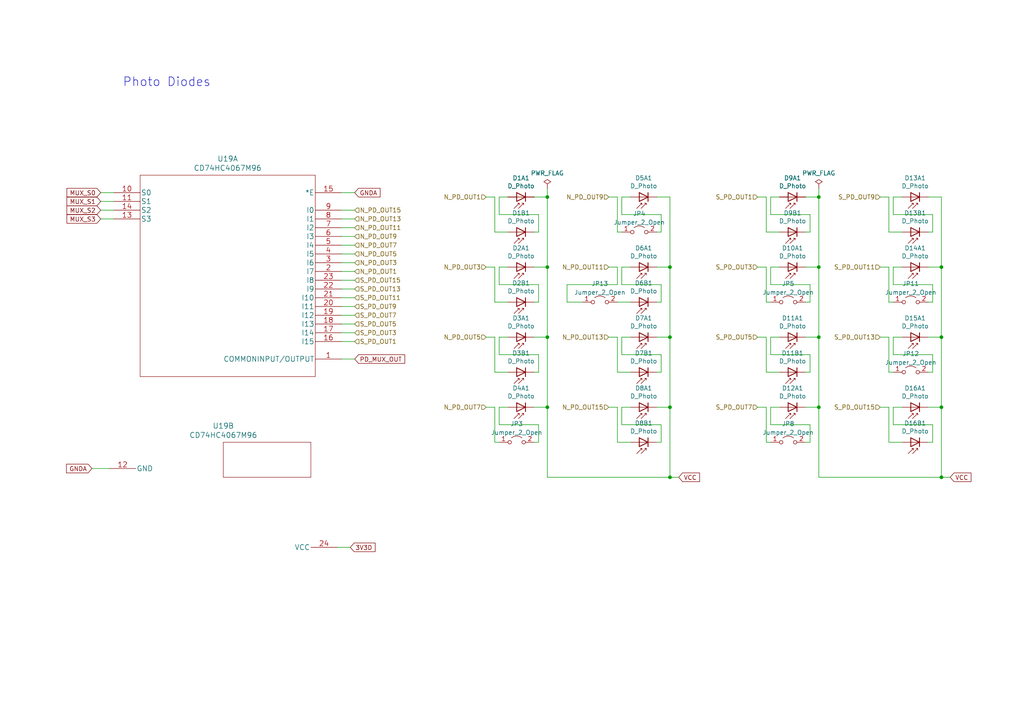
<source format=kicad_sch>
(kicad_sch (version 20211123) (generator eeschema)
  (paper "A4")
  (lib_symbols
    (symbol "Device:D_Photo" (pin_numbers hide) (pin_names hide)
      (property "Reference" "D" (at 0.508 1.778 0))
      (property "Value" "D_Photo" (at -1.016 -2.794 0))
      (symbol "D_Photo_0_1"
        (polyline (pts (xy -2.54 1.27) (xy -2.54 -1.27)) (stroke (width 0.254)))
        (polyline (pts (xy -2.032 1.778) (xy -1.524 1.778)))
        (polyline (pts (xy 0 0) (xy -2.54 0)))
        (polyline (pts (xy -0.508 3.302) (xy -2.032 1.778) (xy -2.032 2.286)))
        (polyline (pts (xy 0 -1.27) (xy 0 1.27) (xy -2.54 0) (xy 0 -1.27)) (stroke (width 0.254)))
        (polyline (pts (xy 0.762 3.302) (xy -0.762 1.778) (xy -0.762 2.286) (xy -0.762 1.778) (xy -0.254 1.778)))
      )
      (symbol "D_Photo_1_1"
        (pin passive line (at -5.08 0 0) (length 2.54) (name "K") (number "1"))
        (pin passive line (at 2.54 0 180) (length 2.54) (name "A") (number "2"))
      )
    )
    (symbol "Jumper:Jumper_2_Open" (pin_names (offset 0) hide)
      (property "Reference" "JP" (at 0 2.794 0))
      (property "Value" "Jumper_2_Open" (at 0 -2.286 0))
      (symbol "Jumper_2_Open_0_0"
        (circle (center -2.032 0) (radius 0.508))
        (circle (center 2.032 0) (radius 0.508))
      )
      (symbol "Jumper_2_Open_0_1"
        (arc (start 1.524 1.27) (mid 0 1.778) (end -1.524 1.27))
      )
      (symbol "Jumper_2_Open_1_1"
        (pin passive line (at -5.08 0 0) (length 2.54) (name "A") (number "1"))
        (pin passive line (at 5.08 0 180) (length 2.54) (name "B") (number "2"))
      )
    )
    (symbol "Ninja-qPCR:CD74HC4067M96" (pin_names (offset 0.254))
      (property "Reference" "U" (at 33.02 10.16 0))
      (property "Value" "Ninja-qPCR_CD74HC4067M96" (at 33.02 7.62 0))
      (symbol "CD74HC4067M96_1_1"
        (polyline (pts (xy 7.62 -53.34) (xy 58.42 -53.34)) (stroke (width 0.127)))
        (polyline (pts (xy 7.62 5.08) (xy 7.62 -53.34)) (stroke (width 0.127)))
        (polyline (pts (xy 58.42 -53.34) (xy 58.42 5.08)) (stroke (width 0.127)))
        (polyline (pts (xy 58.42 5.08) (xy 7.62 5.08)) (stroke (width 0.127)))
        (pin bidirectional line (at 0 -48.26 0) (length 7.62) (name "COMMONINPUT/OUTPUT") (number "1"))
        (pin output line (at 66.04 0 180) (length 7.62) (name "S0") (number "10"))
        (pin output line (at 66.04 -2.54 180) (length 7.62) (name "S1") (number "11"))
        (pin output line (at 66.04 -7.62 180) (length 7.62) (name "S3") (number "13"))
        (pin output line (at 66.04 -5.08 180) (length 7.62) (name "S2") (number "14"))
        (pin input line (at 0 0 0) (length 7.62) (name "*E") (number "15"))
        (pin input line (at 0 -43.18 0) (length 7.62) (name "I15") (number "16"))
        (pin input line (at 0 -40.64 0) (length 7.62) (name "I14") (number "17"))
        (pin input line (at 0 -38.1 0) (length 7.62) (name "I13") (number "18"))
        (pin input line (at 0 -35.56 0) (length 7.62) (name "I12") (number "19"))
        (pin input line (at 0 -22.86 0) (length 7.62) (name "I7") (number "2"))
        (pin input line (at 0 -33.02 0) (length 7.62) (name "I11") (number "20"))
        (pin input line (at 0 -30.48 0) (length 7.62) (name "I10") (number "21"))
        (pin input line (at 0 -27.94 0) (length 7.62) (name "I9") (number "22"))
        (pin input line (at 0 -25.4 0) (length 7.62) (name "I8") (number "23"))
        (pin input line (at 0 -20.32 0) (length 7.62) (name "I6") (number "3"))
        (pin input line (at 0 -17.78 0) (length 7.62) (name "I5") (number "4"))
        (pin input line (at 0 -15.24 0) (length 7.62) (name "I4") (number "5"))
        (pin input line (at 0 -12.7 0) (length 7.62) (name "I3") (number "6"))
        (pin input line (at 0 -10.16 0) (length 7.62) (name "I2") (number "7"))
        (pin input line (at 0 -7.62 0) (length 7.62) (name "I1") (number "8"))
        (pin input line (at 0 -5.08 0) (length 7.62) (name "I0") (number "9"))
      )
      (symbol "CD74HC4067M96_2_1"
        (polyline (pts (xy 7.62 -5.08) (xy 33.02 -5.08)) (stroke (width 0.127)))
        (polyline (pts (xy 7.62 5.08) (xy 7.62 -5.08)) (stroke (width 0.127)))
        (polyline (pts (xy 33.02 -5.08) (xy 33.02 5.08)) (stroke (width 0.127)))
        (polyline (pts (xy 33.02 5.08) (xy 7.62 5.08)) (stroke (width 0.127)))
        (pin power_in line (at 66.04 -2.54 180) (length 7.62) (name "GND") (number "12"))
        (pin power_in line (at 0 -25.4 0) (length 7.62) (name "VCC") (number "24"))
      )
    )
    (symbol "power:PWR_FLAG" (power) (pin_numbers hide) (pin_names (offset 0) hide)
      (property "Value" "PWR_FLAG" (at 0 3.81 0))
      (symbol "PWR_FLAG_0_0"
        (pin power_out line (at 0 0 90) (length 0) (name "pwr") (number "1"))
      )
      (symbol "PWR_FLAG_0_1"
        (polyline (pts (xy 0 0) (xy 0 1.27) (xy -1.016 1.905) (xy 0 2.54) (xy 1.016 1.905) (xy 0 1.27)))
      )
    )
  )
  (junction (at 237.49 57.15))
  (junction (at 237.49 118.11))
  (junction (at 158.75 77.47))
  (junction (at 237.49 97.79))
  (junction (at 194.31 138.43))
  (junction (at 273.05 138.43))
  (junction (at 237.49 77.47))
  (junction (at 194.31 118.11))
  (junction (at 273.05 97.79))
  (junction (at 194.31 77.47))
  (junction (at 273.05 118.11))
  (junction (at 158.75 97.79))
  (junction (at 158.75 57.15))
  (junction (at 194.31 97.79))
  (junction (at 158.75 118.11))
  (junction (at 273.05 77.47))
  (wire (pts (xy 33.02 55.88) (xy 29.21 55.88)))
  (wire (pts (xy 143.51 97.79) (xy 143.51 107.95)))
  (wire (pts (xy 273.05 57.15) (xy 273.05 77.47)))
  (wire (pts (xy 179.07 67.31) (xy 179.07 57.15)))
  (wire (pts (xy 176.53 97.79) (xy 179.07 97.79)))
  (wire (pts (xy 26.67 135.89) (xy 31.75 135.89)))
  (wire (pts (xy 179.07 118.11) (xy 179.07 128.27)))
  (wire (pts (xy 234.95 62.23) (xy 234.95 67.31)))
  (wire (pts (xy 180.34 97.79) (xy 180.34 102.87)))
  (wire (pts (xy 234.95 107.95) (xy 233.68 107.95)))
  (wire (pts (xy 257.81 128.27) (xy 261.62 128.27)))
  (wire (pts (xy 144.78 97.79) (xy 144.78 102.87)))
  (wire (pts (xy 182.88 118.11) (xy 180.34 118.11)))
  (wire (pts (xy 255.27 77.47) (xy 257.81 77.47)))
  (wire (pts (xy 234.95 128.27) (xy 233.68 128.27)))
  (wire (pts (xy 154.94 97.79) (xy 158.75 97.79)))
  (wire (pts (xy 237.49 54.61) (xy 237.49 57.15)))
  (wire (pts (xy 143.51 57.15) (xy 143.51 67.31)))
  (wire (pts (xy 191.77 102.87) (xy 191.77 107.95)))
  (wire (pts (xy 261.62 57.15) (xy 259.08 57.15)))
  (wire (pts (xy 156.21 102.87) (xy 156.21 107.95)))
  (wire (pts (xy 223.52 123.19) (xy 234.95 123.19)))
  (wire (pts (xy 194.31 97.79) (xy 194.31 118.11)))
  (wire (pts (xy 164.465 82.55) (xy 164.465 87.63)))
  (wire (pts (xy 144.78 77.47) (xy 144.78 82.55)))
  (wire (pts (xy 182.88 57.15) (xy 180.34 57.15)))
  (wire (pts (xy 102.87 104.14) (xy 99.06 104.14)))
  (wire (pts (xy 259.08 97.79) (xy 259.08 102.87)))
  (wire (pts (xy 143.51 77.47) (xy 143.51 87.63)))
  (wire (pts (xy 102.87 91.44) (xy 99.06 91.44)))
  (wire (pts (xy 259.08 102.87) (xy 270.51 102.87)))
  (wire (pts (xy 257.81 107.95) (xy 257.81 97.79)))
  (wire (pts (xy 222.25 118.11) (xy 222.25 128.27)))
  (wire (pts (xy 226.06 118.11) (xy 223.52 118.11)))
  (wire (pts (xy 270.51 67.31) (xy 269.24 67.31)))
  (wire (pts (xy 102.87 66.04) (xy 99.06 66.04)))
  (wire (pts (xy 234.95 82.55) (xy 234.95 87.63)))
  (wire (pts (xy 144.78 57.15) (xy 144.78 62.23)))
  (wire (pts (xy 194.31 118.11) (xy 194.31 138.43)))
  (wire (pts (xy 180.34 77.47) (xy 180.34 82.55)))
  (wire (pts (xy 143.51 67.31) (xy 147.32 67.31)))
  (wire (pts (xy 102.87 55.88) (xy 99.06 55.88)))
  (wire (pts (xy 194.31 138.43) (xy 158.75 138.43)))
  (wire (pts (xy 33.02 63.5) (xy 29.21 63.5)))
  (wire (pts (xy 176.53 57.15) (xy 179.07 57.15)))
  (wire (pts (xy 180.34 57.15) (xy 180.34 62.23)))
  (wire (pts (xy 233.68 77.47) (xy 237.49 77.47)))
  (wire (pts (xy 269.24 77.47) (xy 273.05 77.47)))
  (wire (pts (xy 190.5 118.11) (xy 194.31 118.11)))
  (wire (pts (xy 144.78 62.23) (xy 156.21 62.23)))
  (wire (pts (xy 191.77 62.23) (xy 191.77 67.31)))
  (wire (pts (xy 156.21 123.19) (xy 156.21 128.27)))
  (wire (pts (xy 237.49 97.79) (xy 237.49 118.11)))
  (wire (pts (xy 102.87 78.74) (xy 99.06 78.74)))
  (wire (pts (xy 164.465 87.63) (xy 168.91 87.63)))
  (wire (pts (xy 180.34 82.55) (xy 191.77 82.55)))
  (wire (pts (xy 191.77 87.63) (xy 190.5 87.63)))
  (wire (pts (xy 270.51 102.87) (xy 270.51 107.95)))
  (wire (pts (xy 261.62 97.79) (xy 259.08 97.79)))
  (wire (pts (xy 191.77 67.31) (xy 190.5 67.31)))
  (wire (pts (xy 255.27 57.15) (xy 257.81 57.15)))
  (wire (pts (xy 261.62 77.47) (xy 259.08 77.47)))
  (wire (pts (xy 259.08 82.55) (xy 270.51 82.55)))
  (wire (pts (xy 237.49 118.11) (xy 237.49 138.43)))
  (wire (pts (xy 158.75 97.79) (xy 158.75 118.11)))
  (wire (pts (xy 140.97 97.79) (xy 143.51 97.79)))
  (wire (pts (xy 270.51 62.23) (xy 270.51 67.31)))
  (wire (pts (xy 259.08 77.47) (xy 259.08 82.55)))
  (wire (pts (xy 222.25 97.79) (xy 222.25 107.95)))
  (wire (pts (xy 194.31 57.15) (xy 194.31 77.47)))
  (wire (pts (xy 143.51 128.27) (xy 144.78 128.27)))
  (wire (pts (xy 223.52 57.15) (xy 223.52 62.23)))
  (wire (pts (xy 270.51 123.19) (xy 270.51 128.27)))
  (wire (pts (xy 102.87 93.98) (xy 99.06 93.98)))
  (wire (pts (xy 144.78 118.11) (xy 144.78 123.19)))
  (wire (pts (xy 222.25 67.31) (xy 226.06 67.31)))
  (wire (pts (xy 196.85 138.43) (xy 194.31 138.43)))
  (wire (pts (xy 154.94 67.31) (xy 156.21 67.31)))
  (wire (pts (xy 156.21 107.95) (xy 154.94 107.95)))
  (wire (pts (xy 158.75 54.61) (xy 158.75 57.15)))
  (wire (pts (xy 269.24 97.79) (xy 273.05 97.79)))
  (wire (pts (xy 273.05 118.11) (xy 273.05 138.43)))
  (wire (pts (xy 147.32 118.11) (xy 144.78 118.11)))
  (wire (pts (xy 273.05 97.79) (xy 273.05 118.11)))
  (wire (pts (xy 144.78 82.55) (xy 156.21 82.55)))
  (wire (pts (xy 147.32 57.15) (xy 144.78 57.15)))
  (wire (pts (xy 194.31 77.47) (xy 194.31 97.79)))
  (wire (pts (xy 140.97 118.11) (xy 143.51 118.11)))
  (wire (pts (xy 179.07 67.31) (xy 180.34 67.31)))
  (wire (pts (xy 222.25 107.95) (xy 226.06 107.95)))
  (wire (pts (xy 179.07 107.95) (xy 182.88 107.95)))
  (wire (pts (xy 102.87 99.06) (xy 99.06 99.06)))
  (wire (pts (xy 223.52 77.47) (xy 223.52 82.55)))
  (wire (pts (xy 222.25 128.27) (xy 223.52 128.27)))
  (wire (pts (xy 140.97 77.47) (xy 143.51 77.47)))
  (wire (pts (xy 33.02 60.96) (xy 29.21 60.96)))
  (wire (pts (xy 233.68 118.11) (xy 237.49 118.11)))
  (wire (pts (xy 102.87 73.66) (xy 99.06 73.66)))
  (wire (pts (xy 223.52 102.87) (xy 234.95 102.87)))
  (wire (pts (xy 102.87 81.28) (xy 99.06 81.28)))
  (wire (pts (xy 158.75 118.11) (xy 158.75 138.43)))
  (wire (pts (xy 270.51 82.55) (xy 270.51 87.63)))
  (wire (pts (xy 102.87 60.96) (xy 99.06 60.96)))
  (wire (pts (xy 234.95 102.87) (xy 234.95 107.95)))
  (wire (pts (xy 259.08 123.19) (xy 270.51 123.19)))
  (wire (pts (xy 156.21 62.23) (xy 156.21 67.31)))
  (wire (pts (xy 179.07 87.63) (xy 182.88 87.63)))
  (wire (pts (xy 234.95 87.63) (xy 233.68 87.63)))
  (wire (pts (xy 140.97 57.15) (xy 143.51 57.15)))
  (wire (pts (xy 237.49 57.15) (xy 237.49 77.47)))
  (wire (pts (xy 144.78 123.19) (xy 156.21 123.19)))
  (wire (pts (xy 269.24 118.11) (xy 273.05 118.11)))
  (wire (pts (xy 257.81 87.63) (xy 259.08 87.63)))
  (wire (pts (xy 102.87 83.82) (xy 99.06 83.82)))
  (wire (pts (xy 102.87 86.36) (xy 99.06 86.36)))
  (wire (pts (xy 182.88 77.47) (xy 180.34 77.47)))
  (wire (pts (xy 191.77 107.95) (xy 190.5 107.95)))
  (wire (pts (xy 190.5 97.79) (xy 194.31 97.79)))
  (wire (pts (xy 222.25 57.15) (xy 222.25 67.31)))
  (wire (pts (xy 273.05 77.47) (xy 273.05 97.79)))
  (wire (pts (xy 233.68 97.79) (xy 237.49 97.79)))
  (wire (pts (xy 257.81 128.27) (xy 257.81 118.11)))
  (wire (pts (xy 226.06 77.47) (xy 223.52 77.47)))
  (wire (pts (xy 223.52 82.55) (xy 234.95 82.55)))
  (wire (pts (xy 102.87 88.9) (xy 99.06 88.9)))
  (wire (pts (xy 257.81 67.31) (xy 261.62 67.31)))
  (wire (pts (xy 179.07 77.47) (xy 179.07 82.55)))
  (wire (pts (xy 143.51 87.63) (xy 147.32 87.63)))
  (wire (pts (xy 147.32 77.47) (xy 144.78 77.47)))
  (wire (pts (xy 226.06 57.15) (xy 223.52 57.15)))
  (wire (pts (xy 255.27 97.79) (xy 257.81 97.79)))
  (wire (pts (xy 270.51 128.27) (xy 269.24 128.27)))
  (wire (pts (xy 158.75 77.47) (xy 158.75 97.79)))
  (wire (pts (xy 222.25 77.47) (xy 222.25 87.63)))
  (wire (pts (xy 33.02 58.42) (xy 29.21 58.42)))
  (wire (pts (xy 259.08 57.15) (xy 259.08 62.23)))
  (wire (pts (xy 143.51 118.11) (xy 143.51 128.27)))
  (wire (pts (xy 259.08 62.23) (xy 270.51 62.23)))
  (wire (pts (xy 102.87 71.12) (xy 99.06 71.12)))
  (wire (pts (xy 156.21 87.63) (xy 154.94 87.63)))
  (wire (pts (xy 191.77 82.55) (xy 191.77 87.63)))
  (wire (pts (xy 273.05 138.43) (xy 237.49 138.43)))
  (wire (pts (xy 147.32 97.79) (xy 144.78 97.79)))
  (wire (pts (xy 176.53 77.47) (xy 179.07 77.47)))
  (wire (pts (xy 223.52 118.11) (xy 223.52 123.19)))
  (wire (pts (xy 154.94 118.11) (xy 158.75 118.11)))
  (wire (pts (xy 237.49 77.47) (xy 237.49 97.79)))
  (wire (pts (xy 257.81 87.63) (xy 257.81 77.47)))
  (wire (pts (xy 191.77 123.19) (xy 191.77 128.27)))
  (wire (pts (xy 226.06 97.79) (xy 223.52 97.79)))
  (wire (pts (xy 190.5 77.47) (xy 194.31 77.47)))
  (wire (pts (xy 180.34 118.11) (xy 180.34 123.19)))
  (wire (pts (xy 158.75 57.15) (xy 158.75 77.47)))
  (wire (pts (xy 261.62 118.11) (xy 259.08 118.11)))
  (wire (pts (xy 154.94 57.15) (xy 158.75 57.15)))
  (wire (pts (xy 270.51 107.95) (xy 269.24 107.95)))
  (wire (pts (xy 275.59 138.43) (xy 273.05 138.43)))
  (wire (pts (xy 156.21 128.27) (xy 154.94 128.27)))
  (wire (pts (xy 102.87 63.5) (xy 99.06 63.5)))
  (wire (pts (xy 179.07 128.27) (xy 182.88 128.27)))
  (wire (pts (xy 102.87 76.2) (xy 99.06 76.2)))
  (wire (pts (xy 259.08 118.11) (xy 259.08 123.19)))
  (wire (pts (xy 154.94 77.47) (xy 158.75 77.47)))
  (wire (pts (xy 102.87 68.58) (xy 99.06 68.58)))
  (wire (pts (xy 102.87 96.52) (xy 99.06 96.52)))
  (wire (pts (xy 223.52 97.79) (xy 223.52 102.87)))
  (wire (pts (xy 257.81 107.95) (xy 259.08 107.95)))
  (wire (pts (xy 190.5 57.15) (xy 194.31 57.15)))
  (wire (pts (xy 143.51 107.95) (xy 147.32 107.95)))
  (wire (pts (xy 179.07 82.55) (xy 164.465 82.55)))
  (wire (pts (xy 219.71 118.11) (xy 222.25 118.11)))
  (wire (pts (xy 219.71 97.79) (xy 222.25 97.79)))
  (wire (pts (xy 234.95 123.19) (xy 234.95 128.27)))
  (wire (pts (xy 191.77 128.27) (xy 190.5 128.27)))
  (wire (pts (xy 233.68 57.15) (xy 237.49 57.15)))
  (wire (pts (xy 270.51 87.63) (xy 269.24 87.63)))
  (wire (pts (xy 182.88 97.79) (xy 180.34 97.79)))
  (wire (pts (xy 179.07 107.95) (xy 179.07 97.79)))
  (wire (pts (xy 219.71 77.47) (xy 222.25 77.47)))
  (wire (pts (xy 180.34 102.87) (xy 191.77 102.87)))
  (wire (pts (xy 144.78 102.87) (xy 156.21 102.87)))
  (wire (pts (xy 234.95 67.31) (xy 233.68 67.31)))
  (wire (pts (xy 257.81 67.31) (xy 257.81 57.15)))
  (wire (pts (xy 219.71 57.15) (xy 222.25 57.15)))
  (wire (pts (xy 156.21 82.55) (xy 156.21 87.63)))
  (wire (pts (xy 222.25 87.63) (xy 223.52 87.63)))
  (wire (pts (xy 255.27 118.11) (xy 257.81 118.11)))
  (wire (pts (xy 269.24 57.15) (xy 273.05 57.15)))
  (wire (pts (xy 223.52 62.23) (xy 234.95 62.23)))
  (wire (pts (xy 101.6 158.75) (xy 97.79 158.75)))
  (wire (pts (xy 180.34 123.19) (xy 191.77 123.19)))
  (wire (pts (xy 176.53 118.11) (xy 179.07 118.11)))
  (wire (pts (xy 180.34 62.23) (xy 191.77 62.23)))
  (text "Photo Diodes" (at 35.56 25.4 0) (effects (font (size 2.54 2.54)) (justify left bottom)))
  (global_label "VCC" (shape input) (at 196.85 138.43 0) (property "Intersheet References" "${INTERSHEET_REFS}" (effects hide)))
  (global_label "MUX_S0" (shape input) (at 29.21 55.88 180) (property "Intersheet References" "${INTERSHEET_REFS}" (effects hide)))
  (global_label "MUX_S3" (shape input) (at 29.21 63.5 180) (property "Intersheet References" "${INTERSHEET_REFS}" (effects hide)))
  (global_label "3V3D" (shape input) (at 101.6 158.75 0) (property "Intersheet References" "${INTERSHEET_REFS}" (effects hide)))
  (global_label "MUX_S2" (shape input) (at 29.21 60.96 180) (property "Intersheet References" "${INTERSHEET_REFS}" (effects hide)))
  (global_label "VCC" (shape input) (at 275.59 138.43 0) (property "Intersheet References" "${INTERSHEET_REFS}" (effects hide)))
  (global_label "PD_MUX_OUT" (shape input) (at 102.87 104.14 0) (property "Intersheet References" "${INTERSHEET_REFS}" (effects hide)))
  (global_label "MUX_S1" (shape input) (at 29.21 58.42 180) (property "Intersheet References" "${INTERSHEET_REFS}" (effects hide)))
  (global_label "GNDA" (shape input) (at 102.87 55.88 0) (property "Intersheet References" "${INTERSHEET_REFS}" (effects hide)))
  (global_label "GNDA" (shape input) (at 26.67 135.89 180) (property "Intersheet References" "${INTERSHEET_REFS}" (effects hide)))
  (hierarchical_label "S_PD_OUT5" (shape input) (at 102.87 93.98 0))
  (hierarchical_label "S_PD_OUT3" (shape input) (at 102.87 96.52 0))
  (hierarchical_label "N_PD_OUT1" (shape input) (at 102.87 78.74 0))
  (hierarchical_label "N_PD_OUT3" (shape input) (at 102.87 76.2 0))
  (hierarchical_label "S_PD_OUT9" (shape input) (at 255.27 57.15 180))
  (hierarchical_label "N_PD_OUT5" (shape input) (at 102.87 73.66 0))
  (hierarchical_label "N_PD_OUT15" (shape input) (at 102.87 60.96 0))
  (hierarchical_label "S_PD_OUT9" (shape input) (at 102.87 88.9 0))
  (hierarchical_label "S_PD_OUT11" (shape input) (at 102.87 86.36 0))
  (hierarchical_label "S_PD_OUT13" (shape input) (at 102.87 83.82 0))
  (hierarchical_label "N_PD_OUT3" (shape input) (at 140.97 77.47 180))
  (hierarchical_label "S_PD_OUT11" (shape input) (at 255.27 77.47 180))
  (hierarchical_label "N_PD_OUT13" (shape input) (at 102.87 63.5 0))
  (hierarchical_label "S_PD_OUT7" (shape input) (at 102.87 91.44 0))
  (hierarchical_label "S_PD_OUT1" (shape input) (at 102.87 99.06 0))
  (hierarchical_label "S_PD_OUT15" (shape input) (at 102.87 81.28 0))
  (hierarchical_label "S_PD_OUT13" (shape input) (at 255.27 97.79 180))
  (hierarchical_label "S_PD_OUT15" (shape input) (at 255.27 118.11 180))
  (hierarchical_label "N_PD_OUT9" (shape input) (at 102.87 68.58 0))
  (hierarchical_label "N_PD_OUT7" (shape input) (at 140.97 118.11 180))
  (hierarchical_label "S_PD_OUT3" (shape input) (at 219.71 77.47 180))
  (hierarchical_label "S_PD_OUT7" (shape input) (at 219.71 118.11 180))
  (hierarchical_label "N_PD_OUT9" (shape input) (at 176.53 57.15 180))
  (hierarchical_label "N_PD_OUT13" (shape input) (at 176.53 97.79 180))
  (hierarchical_label "N_PD_OUT5" (shape input) (at 140.97 97.79 180))
  (hierarchical_label "N_PD_OUT11" (shape input) (at 176.53 77.47 180))
  (hierarchical_label "N_PD_OUT7" (shape input) (at 102.87 71.12 0))
  (hierarchical_label "S_PD_OUT1" (shape input) (at 219.71 57.15 180))
  (hierarchical_label "N_PD_OUT1" (shape input) (at 140.97 57.15 180))
  (hierarchical_label "S_PD_OUT5" (shape input) (at 219.71 97.79 180))
  (hierarchical_label "N_PD_OUT11" (shape input) (at 102.87 66.04 0))
  (hierarchical_label "N_PD_OUT15" (shape input) (at 176.53 118.11 180))
  (symbol (lib_id "Ninja-qPCR:CD74HC4067M96") (at 97.79 133.35 0) (mirror y) (unit 2)
    (property "Reference" "U19" (at 64.77 123.5202 0) (effects (font (size 1.524 1.524))))
    (property "Value" "CD74HC4067M96" (at 64.77 126.2126 0) (effects (font (size 1.524 1.524))))
    (property "Footprint" "Package_SO:SSOP-24_5.3x8.2mm_P0.65mm" (effects hide))
  )
  (symbol (lib_id "Ninja-qPCR:CD74HC4067M96") (at 99.06 55.88 0) (mirror y) (unit 1)
    (property "Reference" "U19" (at 66.04 46.0502 0) (effects (font (size 1.524 1.524))))
    (property "Value" "CD74HC4067M96" (at 66.04 48.7426 0) (effects (font (size 1.524 1.524))))
    (property "Footprint" "Package_SO:SSOP-24_5.3x8.2mm_P0.65mm" (effects hide))
  )
  (symbol (lib_id "Device:D_Photo") (at 264.16 67.31 180) (unit 1)
    (property "Reference" "D13B1" (at 265.43 61.7982 0))
    (property "Value" "D_Photo" (at 265.43 64.1096 0))
    (property "Footprint" "Diodes_SMD:D_1206" (effects hide))
  )
  (symbol (lib_id "Device:D_Photo") (at 185.42 77.47 180) (unit 1)
    (property "Reference" "D6A1" (at 186.69 71.9582 0))
    (property "Value" "D_Photo" (at 186.69 74.2696 0))
    (property "Footprint" "Ninja-qPCR:SFH2400" (effects hide))
  )
  (symbol (lib_id "Device:D_Photo") (at 149.86 107.95 180) (unit 1)
    (property "Reference" "D3B1" (at 151.13 102.4382 0))
    (property "Value" "D_Photo" (at 151.13 104.7496 0))
    (property "Footprint" "Diodes_SMD:D_1206" (effects hide))
  )
  (symbol (lib_id "Device:D_Photo") (at 228.6 57.15 180) (unit 1)
    (property "Reference" "D9A1" (at 229.87 51.6382 0))
    (property "Value" "D_Photo" (at 229.87 53.9496 0))
    (property "Footprint" "Diodes_SMD:D_1206" (effects hide))
  )
  (symbol (lib_id "Device:D_Photo") (at 264.16 128.27 180) (unit 1)
    (property "Reference" "D16B1" (at 265.43 122.7582 0))
    (property "Value" "D_Photo" (at 265.43 125.0696 0))
    (property "Footprint" "Diodes_SMD:D_1206" (effects hide))
  )
  (symbol (lib_id "Device:D_Photo") (at 149.86 97.79 180) (unit 1)
    (property "Reference" "D3A1" (at 151.13 92.2782 0))
    (property "Value" "D_Photo" (at 151.13 94.5896 0))
    (property "Footprint" "Diodes_SMD:D_1206" (effects hide))
  )
  (symbol (lib_id "Device:D_Photo") (at 264.16 97.79 180) (unit 1)
    (property "Reference" "D15A1" (at 265.43 92.2782 0))
    (property "Value" "D_Photo" (at 265.43 94.5896 0))
    (property "Footprint" "Ninja-qPCR:SFH2440_2430_BPW34S" (effects hide))
  )
  (symbol (lib_id "Device:D_Photo") (at 149.86 57.15 180) (unit 1)
    (property "Reference" "D1A1" (at 151.13 51.6382 0))
    (property "Value" "D_Photo" (at 151.13 53.9496 0))
    (property "Footprint" "Diodes_SMD:D_1206" (effects hide))
  )
  (symbol (lib_id "Device:D_Photo") (at 228.6 118.11 180) (unit 1)
    (property "Reference" "D12A1" (at 229.87 112.5982 0))
    (property "Value" "D_Photo" (at 229.87 114.9096 0))
    (property "Footprint" "Ninja-qPCR:SFH2200_2201_2240" (effects hide))
  )
  (symbol (lib_id "Device:D_Photo") (at 264.16 57.15 180) (unit 1)
    (property "Reference" "D13A1" (at 265.43 51.6382 0))
    (property "Value" "D_Photo" (at 265.43 53.9496 0))
    (property "Footprint" "Diodes_SMD:D_1206" (effects hide))
  )
  (symbol (lib_id "power:PWR_FLAG") (at 158.75 54.61 0) (mirror y) (unit 1)
    (property "Reference" "#FLG0102" (effects hide))
    (property "Value" "PWR_FLAG" (at 158.75 50.2158 0))
  )
  (symbol (lib_id "Jumper:Jumper_2_Open") (at 228.6 128.27 0) (unit 1)
    (property "Reference" "JP8" (at 228.6 122.9192 0))
    (property "Value" "Jumper_2_Open" (at 228.6 125.4561 0))
    (property "Footprint" "Jumper:SolderJumper-2_P1.3mm_Open_RoundedPad1.0x1.5mm" (effects hide))
  )
  (symbol (lib_id "Device:D_Photo") (at 228.6 97.79 180) (unit 1)
    (property "Reference" "D11A1" (at 229.87 92.2782 0))
    (property "Value" "D_Photo" (at 229.87 94.5896 0))
    (property "Footprint" "Diodes_SMD:D_1206" (effects hide))
  )
  (symbol (lib_id "Jumper:Jumper_2_Open") (at 149.86 128.27 0) (unit 1)
    (property "Reference" "JP3" (at 149.86 122.9192 0))
    (property "Value" "Jumper_2_Open" (at 149.86 125.4561 0))
    (property "Footprint" "Jumper:SolderJumper-2_P1.3mm_Open_RoundedPad1.0x1.5mm" (effects hide))
  )
  (symbol (lib_id "Device:D_Photo") (at 149.86 87.63 180) (unit 1)
    (property "Reference" "D2B1" (at 151.13 82.1182 0))
    (property "Value" "D_Photo" (at 151.13 84.4296 0))
    (property "Footprint" "Diodes_SMD:D_1206" (effects hide))
  )
  (symbol (lib_id "Device:D_Photo") (at 185.42 87.63 180) (unit 1)
    (property "Reference" "D6B1" (at 186.69 82.1182 0))
    (property "Value" "D_Photo" (at 186.69 84.4296 0))
    (property "Footprint" "Ninja-qPCR:SFH2400" (effects hide))
  )
  (symbol (lib_id "Device:D_Photo") (at 228.6 77.47 180) (unit 1)
    (property "Reference" "D10A1" (at 229.87 71.9582 0))
    (property "Value" "D_Photo" (at 229.87 74.2696 0))
    (property "Footprint" "Ninja-qPCR:SFH2200_2201_2240" (effects hide))
  )
  (symbol (lib_id "Device:D_Photo") (at 149.86 118.11 180) (unit 1)
    (property "Reference" "D4A1" (at 151.13 112.5982 0))
    (property "Value" "D_Photo" (at 151.13 114.9096 0))
    (property "Footprint" "Ninja-qPCR:SFH2440_2430_BPW34S" (effects hide))
  )
  (symbol (lib_id "Device:D_Photo") (at 149.86 67.31 180) (unit 1)
    (property "Reference" "D1B1" (at 151.13 61.7982 0))
    (property "Value" "D_Photo" (at 151.13 64.1096 0))
    (property "Footprint" "Diodes_SMD:D_1206" (effects hide))
  )
  (symbol (lib_id "power:PWR_FLAG") (at 237.49 54.61 0) (mirror y) (unit 1)
    (property "Reference" "#FLG0101" (effects hide))
    (property "Value" "PWR_FLAG" (at 237.49 50.2158 0))
  )
  (symbol (lib_id "Jumper:Jumper_2_Open") (at 228.6 87.63 0) (unit 1)
    (property "Reference" "JP5" (at 228.6 82.2792 0))
    (property "Value" "Jumper_2_Open" (at 228.6 84.8161 0))
    (property "Footprint" "Jumper:SolderJumper-2_P1.3mm_Open_RoundedPad1.0x1.5mm" (effects hide))
  )
  (symbol (lib_id "Jumper:Jumper_2_Open") (at 185.42 67.31 0) (unit 1)
    (property "Reference" "JP4" (at 185.42 61.9592 0))
    (property "Value" "Jumper_2_Open" (at 185.42 64.4961 0))
    (property "Footprint" "Jumper:SolderJumper-2_P1.3mm_Open_RoundedPad1.0x1.5mm" (effects hide))
  )
  (symbol (lib_id "Device:D_Photo") (at 264.16 77.47 180) (unit 1)
    (property "Reference" "D14A1" (at 265.43 71.9582 0))
    (property "Value" "D_Photo" (at 265.43 74.2696 0))
    (property "Footprint" "Ninja-qPCR:SFH2200_2201_2240" (effects hide))
  )
  (symbol (lib_id "Device:D_Photo") (at 185.42 128.27 180) (unit 1)
    (property "Reference" "D8B1" (at 186.69 122.7582 0))
    (property "Value" "D_Photo" (at 186.69 125.0696 0))
    (property "Footprint" "Diodes_SMD:D_1206" (effects hide))
  )
  (symbol (lib_id "Device:D_Photo") (at 185.42 107.95 180) (unit 1)
    (property "Reference" "D7B1" (at 186.69 102.4382 0))
    (property "Value" "D_Photo" (at 186.69 104.7496 0))
    (property "Footprint" "Diodes_SMD:D_1206" (effects hide))
  )
  (symbol (lib_id "Jumper:Jumper_2_Open") (at 173.99 87.63 0) (unit 1)
    (property "Reference" "JP13" (at 173.99 82.2792 0))
    (property "Value" "Jumper_2_Open" (at 173.99 84.8161 0))
    (property "Footprint" "Jumper:SolderJumper-2_P1.3mm_Open_RoundedPad1.0x1.5mm" (effects hide))
  )
  (symbol (lib_id "Device:D_Photo") (at 228.6 107.95 180) (unit 1)
    (property "Reference" "D11B1" (at 229.87 102.4382 0))
    (property "Value" "D_Photo" (at 229.87 104.7496 0))
    (property "Footprint" "Diodes_SMD:D_1206" (effects hide))
  )
  (symbol (lib_id "Device:D_Photo") (at 149.86 77.47 180) (unit 1)
    (property "Reference" "D2A1" (at 151.13 71.9582 0))
    (property "Value" "D_Photo" (at 151.13 74.2696 0))
    (property "Footprint" "Diodes_SMD:D_1206" (effects hide))
  )
  (symbol (lib_id "Device:D_Photo") (at 185.42 57.15 180) (unit 1)
    (property "Reference" "D5A1" (at 186.69 51.6382 0))
    (property "Value" "D_Photo" (at 186.69 53.9496 0))
    (property "Footprint" "Ninja-qPCR:SFH2440_2430_BPW34S" (effects hide))
  )
  (symbol (lib_id "Device:D_Photo") (at 185.42 97.79 180) (unit 1)
    (property "Reference" "D7A1" (at 186.69 92.2782 0))
    (property "Value" "D_Photo" (at 186.69 94.5896 0))
    (property "Footprint" "Diodes_SMD:D_1206" (effects hide))
  )
  (symbol (lib_id "Jumper:Jumper_2_Open") (at 264.16 87.63 0) (unit 1)
    (property "Reference" "JP11" (at 264.16 82.2792 0))
    (property "Value" "Jumper_2_Open" (at 264.16 84.8161 0))
    (property "Footprint" "Jumper:SolderJumper-2_P1.3mm_Open_RoundedPad1.0x1.5mm" (effects hide))
  )
  (symbol (lib_id "Device:D_Photo") (at 264.16 118.11 180) (unit 1)
    (property "Reference" "D16A1" (at 265.43 112.5982 0))
    (property "Value" "D_Photo" (at 265.43 114.9096 0))
    (property "Footprint" "Diodes_SMD:D_1206" (effects hide))
  )
  (symbol (lib_id "Jumper:Jumper_2_Open") (at 264.16 107.95 0) (unit 1)
    (property "Reference" "JP12" (at 264.16 102.5992 0))
    (property "Value" "Jumper_2_Open" (at 264.16 105.1361 0))
    (property "Footprint" "Jumper:SolderJumper-2_P1.3mm_Open_RoundedPad1.0x1.5mm" (effects hide))
  )
  (symbol (lib_id "Device:D_Photo") (at 228.6 67.31 180) (unit 1)
    (property "Reference" "D9B1" (at 229.87 61.7982 0))
    (property "Value" "D_Photo" (at 229.87 64.1096 0))
    (property "Footprint" "Diodes_SMD:D_1206" (effects hide))
  )
  (symbol (lib_id "Device:D_Photo") (at 185.42 118.11 180) (unit 1)
    (property "Reference" "D8A1" (at 186.69 112.5982 0))
    (property "Value" "D_Photo" (at 186.69 114.9096 0))
    (property "Footprint" "Diodes_SMD:D_1206" (effects hide))
  )
)
</source>
